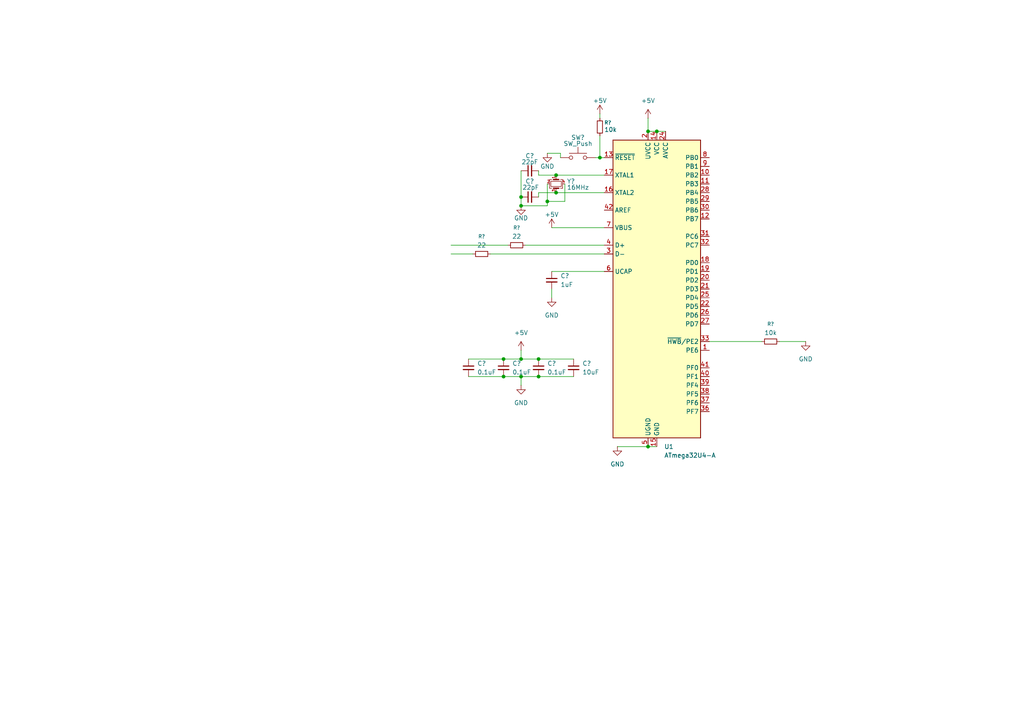
<source format=kicad_sch>
(kicad_sch (version 20250114) (generator "eeschema") (generator_version "9.0")
  (paper "A4")
  (lib_symbols
    (symbol "Device:C_Small" (pin_numbers (hide yes)) (pin_names (offset 0.254) (hide yes))
      (property "Reference" "C" (at 0.254 1.778 0))
      (property "Value" "C_Small" (at 0.254 -2.032 0))
      (symbol "C_Small_0_1"
        (polyline (pts (xy -1.524 0.508) (xy 1.524 0.508)) (stroke (width 0.3048)))
        (polyline (pts (xy -1.524 -0.508) (xy 1.524 -0.508)) (stroke (width 0.3302)))
      )
      (symbol "C_Small_1_1"
        (pin passive line (at 0 2.54 270) (length 2.032) (name "~") (number "1"))
        (pin passive line (at 0 -2.54 90) (length 2.032) (name "~") (number "2"))
      )
    )
    (symbol "Device:Crystal_GND24_Small" (pin_names (offset 1.016) (hide yes))
      (property "Reference" "Y" (at 1.27 4.445 0))
      (property "Value" "Crystal_GND24_Small" (at 1.27 2.54 0))
      (symbol "Crystal_GND24_Small_0_1"
        (polyline (pts (xy -1.27 1.27) (xy -1.27 1.905) (xy 1.27 1.905) (xy 1.27 1.27)))
        (polyline (pts (xy -1.27 -0.762) (xy -1.27 0.762)) (stroke (width 0.381)))
        (polyline (pts (xy -1.27 -1.27) (xy -1.27 -1.905) (xy 1.27 -1.905) (xy 1.27 -1.27)))
        (rectangle (start -0.762 -1.524) (end 0.762 1.524))
        (polyline (pts (xy 1.27 -0.762) (xy 1.27 0.762)) (stroke (width 0.381)))
      )
      (symbol "Crystal_GND24_Small_1_1"
        (pin passive line (at -2.54 0 0) (length 1.27) (name "1") (number "1"))
        (pin passive line (at 0 2.54 270) (length 0.635) (name "4") (number "4"))
        (pin passive line (at 0 -2.54 90) (length 0.635) (name "2") (number "2"))
        (pin passive line (at 2.54 0 180) (length 1.27) (name "3") (number "3"))
      )
    )
    (symbol "Device:R_Small" (pin_numbers (hide yes)) (pin_names (offset 0.254) (hide yes))
      (property "Reference" "R" (at 0 0 90))
      (property "Value" "R_Small" (at 1.778 0 90))
      (symbol "R_Small_0_1"
        (rectangle (start -0.762 1.778) (end 0.762 -1.778) (stroke (width 0.2032)))
      )
      (symbol "R_Small_1_1"
        (pin passive line (at 0 2.54 270) (length 0.762) (name "~") (number "1"))
        (pin passive line (at 0 -2.54 90) (length 0.762) (name "~") (number "2"))
      )
    )
    (symbol "MCU_Microchip_ATmega:ATmega32U4-A"
      (property "Reference" "U" (at -12.7 44.45 0))
      (property "Value" "ATmega32U4-A" (at 2.54 -44.45 0))
      (symbol "ATmega32U4-A_0_1"
        (rectangle (start -12.7 -43.18) (end 12.7 43.18) (stroke (width 0.254)) (fill (type background)))
      )
      (symbol "ATmega32U4-A_1_1"
        (pin input line (at -15.24 38.1 0) (length 2.54) (name "~{RESET}") (number "13"))
        (pin input line (at -15.24 33.02 0) (length 2.54) (name "XTAL1") (number "17"))
        (pin output line (at -15.24 27.94 0) (length 2.54) (name "XTAL2") (number "16"))
        (pin passive line (at -15.24 22.86 0) (length 2.54) (name "AREF") (number "42"))
        (pin input line (at -15.24 17.78 0) (length 2.54) (name "VBUS") (number "7"))
        (pin bidirectional line (at -15.24 12.7 0) (length 2.54) (name "D+") (number "4"))
        (pin bidirectional line (at -15.24 10.16 0) (length 2.54) (name "D-") (number "3"))
        (pin passive line (at -15.24 5.08 0) (length 2.54) (name "UCAP") (number "6"))
        (pin power_in line (at -2.54 45.72 270) (length 2.54) (name "UVCC") (number "2"))
        (pin passive line (at -2.54 -45.72 90) (length 2.54) (name "UGND") (number "5"))
        (pin power_in line (at 0 45.72 270) (length 2.54) (name "VCC") (number "14"))
        (pin passive line (at 0 45.72 270) (length 2.54) (hide yes) (name "VCC") (number "34"))
        (pin power_in line (at 0 -45.72 90) (length 2.54) (name "GND") (number "15"))
        (pin passive line (at 0 -45.72 90) (length 2.54) (hide yes) (name "GND") (number "23"))
        (pin passive line (at 0 -45.72 90) (length 2.54) (hide yes) (name "GND") (number "35"))
        (pin passive line (at 0 -45.72 90) (length 2.54) (hide yes) (name "GND") (number "43"))
        (pin power_in line (at 2.54 45.72 270) (length 2.54) (name "AVCC") (number "24"))
        (pin passive line (at 2.54 45.72 270) (length 2.54) (hide yes) (name "AVCC") (number "44"))
        (pin bidirectional line (at 15.24 38.1 180) (length 2.54) (name "PB0") (number "8"))
        (pin bidirectional line (at 15.24 35.56 180) (length 2.54) (name "PB1") (number "9"))
        (pin bidirectional line (at 15.24 33.02 180) (length 2.54) (name "PB2") (number "10"))
        (pin bidirectional line (at 15.24 30.48 180) (length 2.54) (name "PB3") (number "11"))
        (pin bidirectional line (at 15.24 27.94 180) (length 2.54) (name "PB4") (number "28"))
        (pin bidirectional line (at 15.24 25.4 180) (length 2.54) (name "PB5") (number "29"))
        (pin bidirectional line (at 15.24 22.86 180) (length 2.54) (name "PB6") (number "30"))
        (pin bidirectional line (at 15.24 20.32 180) (length 2.54) (name "PB7") (number "12"))
        (pin bidirectional line (at 15.24 15.24 180) (length 2.54) (name "PC6") (number "31"))
        (pin bidirectional line (at 15.24 12.7 180) (length 2.54) (name "PC7") (number "32"))
        (pin bidirectional line (at 15.24 7.62 180) (length 2.54) (name "PD0") (number "18"))
        (pin bidirectional line (at 15.24 5.08 180) (length 2.54) (name "PD1") (number "19"))
        (pin bidirectional line (at 15.24 2.54 180) (length 2.54) (name "PD2") (number "20"))
        (pin bidirectional line (at 15.24 0 180) (length 2.54) (name "PD3") (number "21"))
        (pin bidirectional line (at 15.24 -2.54 180) (length 2.54) (name "PD4") (number "25"))
        (pin bidirectional line (at 15.24 -5.08 180) (length 2.54) (name "PD5") (number "22"))
        (pin bidirectional line (at 15.24 -7.62 180) (length 2.54) (name "PD6") (number "26"))
        (pin bidirectional line (at 15.24 -10.16 180) (length 2.54) (name "PD7") (number "27"))
        (pin bidirectional line (at 15.24 -15.24 180) (length 2.54) (name "~{HWB}/PE2") (number "33"))
        (pin bidirectional line (at 15.24 -17.78 180) (length 2.54) (name "PE6") (number "1"))
        (pin bidirectional line (at 15.24 -22.86 180) (length 2.54) (name "PF0") (number "41"))
        (pin bidirectional line (at 15.24 -25.4 180) (length 2.54) (name "PF1") (number "40"))
        (pin bidirectional line (at 15.24 -27.94 180) (length 2.54) (name "PF4") (number "39"))
        (pin bidirectional line (at 15.24 -30.48 180) (length 2.54) (name "PF5") (number "38"))
        (pin bidirectional line (at 15.24 -33.02 180) (length 2.54) (name "PF6") (number "37"))
        (pin bidirectional line (at 15.24 -35.56 180) (length 2.54) (name "PF7") (number "36"))
      )
    )
    (symbol "Switch:SW_Push" (pin_numbers (hide yes)) (pin_names (offset 1.016) (hide yes))
      (property "Reference" "SW" (at 1.27 2.54 0))
      (property "Value" "SW_Push" (at 0 -1.524 0))
      (symbol "SW_Push_0_1"
        (circle (center -2.032 0) (radius 0.508))
        (polyline (pts (xy 0 1.27) (xy 0 3.048)))
        (circle (center 2.032 0) (radius 0.508))
        (polyline (pts (xy 2.54 1.27) (xy -2.54 1.27)))
        (pin passive line (at -5.08 0 0) (length 2.54) (name "1") (number "1"))
        (pin passive line (at 5.08 0 180) (length 2.54) (name "2") (number "2"))
      )
    )
    (symbol "power:+5V" (power) (pin_numbers (hide yes)) (pin_names (offset 0) (hide yes))
      (property "Value" "+5V" (at 0 3.556 0))
      (symbol "+5V_0_1"
        (polyline (pts (xy -0.762 1.27) (xy 0 2.54)))
        (polyline (pts (xy 0 2.54) (xy 0.762 1.27)))
        (polyline (pts (xy 0 0) (xy 0 2.54)))
      )
      (symbol "+5V_1_1"
        (pin power_in line (at 0 0 90) (length 0) (name "~") (number "1"))
      )
    )
    (symbol "power:GND" (power) (pin_numbers (hide yes)) (pin_names (offset 0) (hide yes))
      (property "Value" "GND" (at 0 -3.81 0))
      (symbol "GND_0_1"
        (polyline (pts (xy 0 0) (xy 0 -1.27) (xy 1.27 -1.27) (xy 0 -2.54) (xy -1.27 -1.27) (xy 0 -1.27)))
      )
      (symbol "GND_1_1"
        (pin power_in line (at 0 0 270) (length 0) (name "~") (number "1"))
      )
    )
  )
  (junction (at 190.5 38.1))
  (junction (at 161.29 50.8))
  (junction (at 146.05 104.14))
  (junction (at 173.99 45.72))
  (junction (at 187.96 129.54))
  (junction (at 151.13 57.15))
  (junction (at 187.96 38.1))
  (junction (at 151.13 109.22))
  (junction (at 146.05 109.22))
  (junction (at 158.75 58.42))
  (junction (at 156.21 104.14))
  (junction (at 151.13 104.14))
  (junction (at 161.29 55.88))
  (junction (at 156.21 109.22))
  (junction (at 151.13 59.69))
  (wire (pts (xy 173.99 39.37) (xy 173.99 45.72)))
  (wire (pts (xy 158.75 58.42) (xy 163.83 58.42)))
  (wire (pts (xy 226.06 99.06) (xy 233.68 99.06)))
  (wire (pts (xy 151.13 57.15) (xy 151.13 59.69)))
  (wire (pts (xy 130.81 71.12) (xy 147.32 71.12)))
  (wire (pts (xy 151.13 109.22) (xy 156.21 109.22)))
  (wire (pts (xy 156.21 50.8) (xy 156.21 49.53)))
  (wire (pts (xy 152.4 71.12) (xy 175.26 71.12)))
  (wire (pts (xy 135.89 109.22) (xy 146.05 109.22)))
  (wire (pts (xy 161.29 50.8) (xy 156.21 50.8)))
  (wire (pts (xy 172.72 45.72) (xy 173.99 45.72)))
  (wire (pts (xy 160.02 66.04) (xy 175.26 66.04)))
  (wire (pts (xy 161.29 55.88) (xy 175.26 55.88)))
  (wire (pts (xy 151.13 49.53) (xy 151.13 57.15)))
  (wire (pts (xy 205.74 99.06) (xy 220.98 99.06)))
  (wire (pts (xy 130.81 73.66) (xy 137.16 73.66)))
  (wire (pts (xy 160.02 83.82) (xy 160.02 86.36)))
  (wire (pts (xy 151.13 109.22) (xy 151.13 111.76)))
  (wire (pts (xy 161.29 55.88) (xy 156.21 55.88)))
  (wire (pts (xy 162.56 44.45) (xy 158.75 44.45)))
  (wire (pts (xy 179.07 129.54) (xy 187.96 129.54)))
  (wire (pts (xy 146.05 104.14) (xy 151.13 104.14)))
  (wire (pts (xy 151.13 101.6) (xy 151.13 104.14)))
  (wire (pts (xy 187.96 129.54) (xy 190.5 129.54)))
  (wire (pts (xy 160.02 78.74) (xy 175.26 78.74)))
  (wire (pts (xy 151.13 104.14) (xy 156.21 104.14)))
  (wire (pts (xy 161.29 50.8) (xy 175.26 50.8)))
  (wire (pts (xy 173.99 33.02) (xy 173.99 34.29)))
  (wire (pts (xy 173.99 45.72) (xy 175.26 45.72)))
  (wire (pts (xy 156.21 55.88) (xy 156.21 57.15)))
  (wire (pts (xy 187.96 34.29) (xy 187.96 38.1)))
  (wire (pts (xy 163.83 53.34) (xy 163.83 58.42)))
  (wire (pts (xy 142.24 73.66) (xy 175.26 73.66)))
  (wire (pts (xy 158.75 53.34) (xy 158.75 58.42)))
  (wire (pts (xy 187.96 38.1) (xy 190.5 38.1)))
  (wire (pts (xy 156.21 109.22) (xy 166.37 109.22)))
  (wire (pts (xy 158.75 59.69) (xy 151.13 59.69)))
  (wire (pts (xy 135.89 104.14) (xy 146.05 104.14)))
  (wire (pts (xy 156.21 104.14) (xy 166.37 104.14)))
  (wire (pts (xy 158.75 58.42) (xy 158.75 59.69)))
  (wire (pts (xy 162.56 45.72) (xy 162.56 44.45)))
  (wire (pts (xy 190.5 38.1) (xy 193.04 38.1)))
  (wire (pts (xy 146.05 109.22) (xy 151.13 109.22)))
  (symbol (lib_id "power:GND") (at 158.75 44.45 0) (unit 1)
    (property "Reference" "#PWR09" (effects (hide yes)))
    (property "Value" "GND" (at 158.75 48.26 0))
    (property "Description" "Power symbol creates a global label with name \"GND\" , ground" (effects (hide yes)))
  )
  (symbol (lib_id "Device:C_Small") (at 153.67 49.53 90) (unit 1)
    (property "Reference" "C?" (at 153.67 45.212 90))
    (property "Value" "22pF" (at 153.67 46.99 90))
    (property "Description" "Unpolarized capacitor, small symbol" (effects (hide yes)))
  )
  (symbol (lib_id "power:GND") (at 151.13 59.69 0) (unit 1)
    (property "Reference" "#PWR08" (effects (hide yes)))
    (property "Value" "GND" (at 151.13 63.246 0))
    (property "Description" "Power symbol creates a global label with name \"GND\" , ground" (effects (hide yes)))
  )
  (symbol (lib_id "power:GND") (at 179.07 129.54 0) (unit 1)
    (property "Reference" "#PWR02" (effects (hide yes)))
    (property "Value" "GND" (at 179.07 134.62 0))
    (property "Description" "Power symbol creates a global label with name \"GND\" , ground" (effects (hide yes)))
  )
  (symbol (lib_id "power:+5V") (at 151.13 101.6 0) (unit 1)
    (property "Reference" "#PWR05" (effects (hide yes)))
    (property "Value" "+5V" (at 151.13 96.52 0))
    (property "Description" "Power symbol creates a global label with name \"+5V\"" (effects (hide yes)))
  )
  (symbol (lib_id "Device:C_Small") (at 146.05 106.68 0) (unit 1)
    (property "Reference" "C?" (at 148.59 105.4162 0) (effects (justify left)))
    (property "Value" "0.1uF" (at 148.59 107.9562 0) (effects (justify left)))
    (property "Description" "Unpolarized capacitor, small symbol" (effects (hide yes)))
  )
  (symbol (lib_id "MCU_Microchip_ATmega:ATmega32U4-A") (at 190.5 83.82 0) (unit 1)
    (property "Reference" "U1" (at 192.6433 129.54 0) (effects (justify left)))
    (property "Value" "ATmega32U4-A" (at 192.6433 132.08 0) (effects (justify left)))
    (property "Footprint" "Package_QFP:TQFP-44_10x10mm_P0.8mm" (effects (hide yes)))
    (property "Datasheet" "http://ww1.microchip.com/downloads/en/DeviceDoc/Atmel-7766-8-bit-AVR-ATmega16U4-32U4_Datasheet.pdf" (effects (hide yes)))
    (property "Description" "16MHz, 32kB Flash, 2.5kB SRAM, 1kB EEPROM, USB 2.0, TQFP-44" (effects (hide yes)))
  )
  (symbol (lib_id "power:GND") (at 233.68 99.06 0) (unit 1)
    (property "Reference" "#PWR03" (effects (hide yes)))
    (property "Value" "GND" (at 233.68 104.14 0))
    (property "Description" "Power symbol creates a global label with name \"GND\" , ground" (effects (hide yes)))
  )
  (symbol (lib_id "Device:C_Small") (at 156.21 106.68 0) (unit 1)
    (property "Reference" "C?" (at 158.75 105.4162 0) (effects (justify left)))
    (property "Value" "0.1uF" (at 158.75 107.9562 0) (effects (justify left)))
    (property "Description" "Unpolarized capacitor, small symbol" (effects (hide yes)))
  )
  (symbol (lib_id "Switch:SW_Push") (at 167.64 45.72 0) (unit 1)
    (property "Reference" "SW?" (at 167.64 39.878 0))
    (property "Value" "SW_Push" (at 167.64 41.656 0))
    (property "Description" "Push button switch, generic, two pins" (effects (hide yes)))
  )
  (symbol (lib_id "Device:R_Small") (at 223.52 99.06 90) (unit 1)
    (property "Reference" "R?" (at 223.52 93.98 90) (effects (font (size 1.016 1.016))))
    (property "Value" "10k" (at 223.52 96.52 90))
    (property "Description" "Resistor, small symbol" (effects (hide yes)))
  )
  (symbol (lib_id "Device:R_Small") (at 139.7 73.66 90) (unit 1)
    (property "Reference" "R?" (at 139.7 68.58 90) (effects (font (size 1.016 1.016))))
    (property "Value" "22" (at 139.7 71.12 90))
    (property "Description" "Resistor, small symbol" (effects (hide yes)))
  )
  (symbol (lib_id "Device:R_Small") (at 173.99 36.83 0) (unit 1)
    (property "Reference" "R?" (at 175.26 35.56 0) (effects (font (size 1.016 1.016)) (justify left)))
    (property "Value" "10k" (at 175.26 37.592 0) (effects (justify left)))
    (property "Description" "Resistor, small symbol" (effects (hide yes)))
  )
  (symbol (lib_id "Device:Crystal_GND24_Small") (at 161.29 53.34 270) (unit 1)
    (property "Reference" "Y?" (at 165.608 52.578 90))
    (property "Value" "16MHz" (at 167.64 54.356 90))
    (property "Description" "Four pin crystal, GND on pins 2 and 4, small symbol" (effects (hide yes)))
  )
  (symbol (lib_id "power:GND") (at 151.13 111.76 0) (unit 1)
    (property "Reference" "#PWR06" (effects (hide yes)))
    (property "Value" "GND" (at 151.13 116.84 0))
    (property "Description" "Power symbol creates a global label with name \"GND\" , ground" (effects (hide yes)))
  )
  (symbol (lib_id "power:+5V") (at 187.96 34.29 0) (unit 1)
    (property "Reference" "#PWR01" (effects (hide yes)))
    (property "Value" "+5V" (at 187.96 29.21 0))
    (property "Description" "Power symbol creates a global label with name \"+5V\"" (effects (hide yes)))
  )
  (symbol (lib_id "Device:C_Small") (at 166.37 106.68 0) (unit 1)
    (property "Reference" "C?" (at 168.91 105.4162 0) (effects (justify left)))
    (property "Value" "10uF" (at 168.91 107.9562 0) (effects (justify left)))
    (property "Description" "Unpolarized capacitor, small symbol" (effects (hide yes)))
  )
  (symbol (lib_id "Device:C_Small") (at 153.67 57.15 90) (unit 1)
    (property "Reference" "C?" (at 153.67 52.578 90))
    (property "Value" "22pF" (at 153.924 54.356 90))
    (property "Description" "Unpolarized capacitor, small symbol" (effects (hide yes)))
  )
  (symbol (lib_id "Device:C_Small") (at 135.89 106.68 0) (unit 1)
    (property "Reference" "C?" (at 138.43 105.4162 0) (effects (justify left)))
    (property "Value" "0.1uF" (at 138.43 107.9562 0) (effects (justify left)))
    (property "Description" "Unpolarized capacitor, small symbol" (effects (hide yes)))
  )
  (symbol (lib_id "power:+5V") (at 160.02 66.04 0) (unit 1)
    (property "Reference" "#PWR07" (effects (hide yes)))
    (property "Value" "+5V" (at 160.02 62.23 0))
    (property "Description" "Power symbol creates a global label with name \"+5V\"" (effects (hide yes)))
  )
  (symbol (lib_id "Device:C_Small") (at 160.02 81.28 0) (unit 1)
    (property "Reference" "C?" (at 162.56 80.0162 0) (effects (justify left)))
    (property "Value" "1uF" (at 162.56 82.5562 0) (effects (justify left)))
    (property "Description" "Unpolarized capacitor, small symbol" (effects (hide yes)))
  )
  (symbol (lib_id "Device:R_Small") (at 149.86 71.12 90) (unit 1)
    (property "Reference" "R?" (at 149.86 66.04 90) (effects (font (size 1.016 1.016))))
    (property "Value" "22" (at 149.86 68.58 90))
    (property "Description" "Resistor, small symbol" (effects (hide yes)))
  )
  (symbol (lib_id "power:+5V") (at 173.99 33.02 0) (unit 1)
    (property "Reference" "#PWR010" (effects (hide yes)))
    (property "Value" "+5V" (at 173.99 29.21 0))
    (property "Description" "Power symbol creates a global label with name \"+5V\"" (effects (hide yes)))
  )
  (symbol (lib_id "power:GND") (at 160.02 86.36 0) (unit 1)
    (property "Reference" "#PWR04" (effects (hide yes)))
    (property "Value" "GND" (at 160.02 91.44 0))
    (property "Description" "Power symbol creates a global label with name \"GND\" , ground" (effects (hide yes)))
  )
)
</source>
